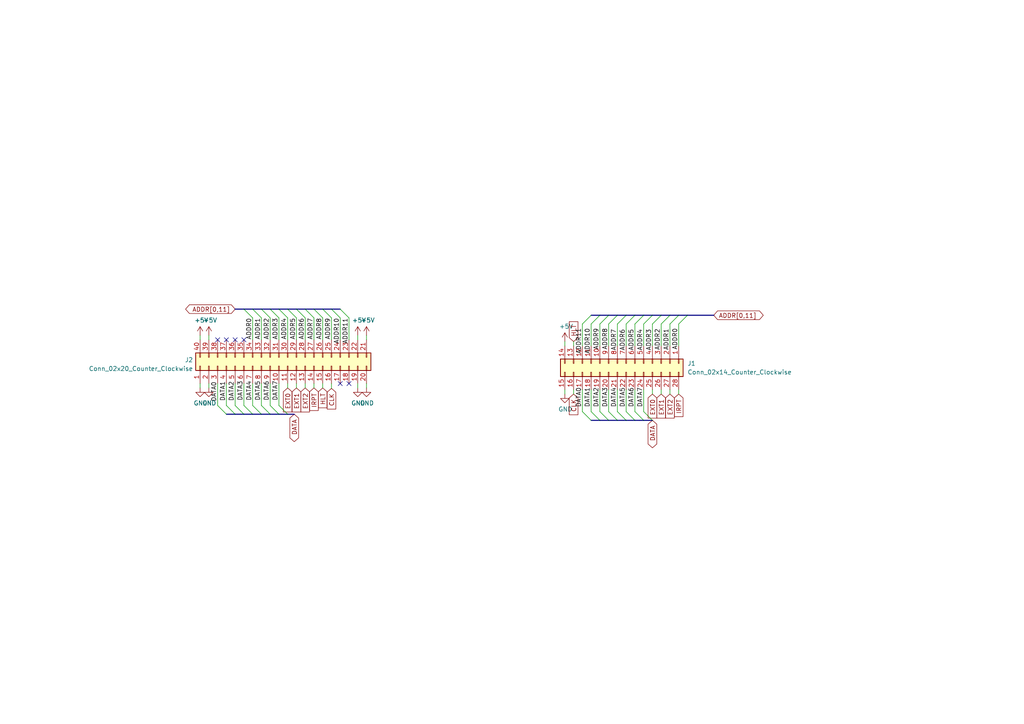
<source format=kicad_sch>
(kicad_sch (version 20201015) (generator eeschema)
  (paper "A4")
  (title_block (title "Parallel Out Module") (rev "1.0") (company "Wilhelm-Maybach-Schule Heilbronn") (comment 1 "Kevin da Silva Fernandes"))
  (lib_symbols
    (symbol "Connector_Generic:Conn_02x14_Counter_Clockwise" (pin_names (offset 1.016) hide)
      (property "Reference" "J" (at 1.27 17.78 0))
      (property "Value" "Conn_02x14_Counter_Clockwise" (at 1.27 -20.32 0))
      (symbol "Conn_02x14_Counter_Clockwise_1_1"
        (rectangle (start -1.27 -4.953) (end 0 -5.207) (stroke (width 0.1524)))
        (rectangle (start -1.27 -7.493) (end 0 -7.747) (stroke (width 0.1524)))
        (rectangle (start -1.27 -10.033) (end 0 -10.287) (stroke (width 0.1524)))
        (rectangle (start -1.27 -12.573) (end 0 -12.827) (stroke (width 0.1524)))
        (rectangle (start -1.27 -15.113) (end 0 -15.367) (stroke (width 0.1524)))
        (rectangle (start -1.27 -17.653) (end 0 -17.907) (stroke (width 0.1524)))
        (rectangle (start -1.27 -2.413) (end 0 -2.667) (stroke (width 0.1524)))
        (rectangle (start -1.27 2.667) (end 0 2.413) (stroke (width 0.1524)))
        (rectangle (start -1.27 5.207) (end 0 4.953) (stroke (width 0.1524)))
        (rectangle (start -1.27 7.747) (end 0 7.493) (stroke (width 0.1524)))
        (rectangle (start -1.27 10.287) (end 0 10.033) (stroke (width 0.1524)))
        (rectangle (start -1.27 0.127) (end 0 -0.127) (stroke (width 0.1524)))
        (rectangle (start -1.27 12.827) (end 0 12.573) (stroke (width 0.1524)))
        (rectangle (start -1.27 15.367) (end 0 15.113) (stroke (width 0.1524)))
        (rectangle (start -1.27 16.51) (end 3.81 -19.05) (stroke (width 0.254)) (fill (type background)))
        (rectangle (start 3.81 -4.953) (end 2.54 -5.207) (stroke (width 0.1524)))
        (rectangle (start 3.81 -7.493) (end 2.54 -7.747) (stroke (width 0.1524)))
        (rectangle (start 3.81 -10.033) (end 2.54 -10.287) (stroke (width 0.1524)))
        (rectangle (start 3.81 -12.573) (end 2.54 -12.827) (stroke (width 0.1524)))
        (rectangle (start 3.81 -15.113) (end 2.54 -15.367) (stroke (width 0.1524)))
        (rectangle (start 3.81 -17.653) (end 2.54 -17.907) (stroke (width 0.1524)))
        (rectangle (start 3.81 -2.413) (end 2.54 -2.667) (stroke (width 0.1524)))
        (rectangle (start 3.81 2.667) (end 2.54 2.413) (stroke (width 0.1524)))
        (rectangle (start 3.81 5.207) (end 2.54 4.953) (stroke (width 0.1524)))
        (rectangle (start 3.81 7.747) (end 2.54 7.493) (stroke (width 0.1524)))
        (rectangle (start 3.81 10.287) (end 2.54 10.033) (stroke (width 0.1524)))
        (rectangle (start 3.81 0.127) (end 2.54 -0.127) (stroke (width 0.1524)))
        (rectangle (start 3.81 12.827) (end 2.54 12.573) (stroke (width 0.1524)))
        (rectangle (start 3.81 15.367) (end 2.54 15.113) (stroke (width 0.1524)))
        (pin passive line (at -5.08 15.24 0) (length 3.81) (name "Pin_1") (number "1"))
        (pin passive line (at -5.08 -7.62 0) (length 3.81) (name "Pin_10") (number "10"))
        (pin passive line (at -5.08 -10.16 0) (length 3.81) (name "Pin_11") (number "11"))
        (pin passive line (at -5.08 -12.7 0) (length 3.81) (name "Pin_12") (number "12"))
        (pin passive line (at -5.08 -15.24 0) (length 3.81) (name "Pin_13") (number "13"))
        (pin passive line (at -5.08 -17.78 0) (length 3.81) (name "Pin_14") (number "14"))
        (pin passive line (at 7.62 -17.78 180) (length 3.81) (name "Pin_15") (number "15"))
        (pin passive line (at 7.62 -15.24 180) (length 3.81) (name "Pin_16") (number "16"))
        (pin passive line (at 7.62 -12.7 180) (length 3.81) (name "Pin_17") (number "17"))
        (pin passive line (at 7.62 -10.16 180) (length 3.81) (name "Pin_18") (number "18"))
        (pin passive line (at 7.62 -7.62 180) (length 3.81) (name "Pin_19") (number "19"))
        (pin passive line (at -5.08 12.7 0) (length 3.81) (name "Pin_2") (number "2"))
        (pin passive line (at 7.62 -5.08 180) (length 3.81) (name "Pin_20") (number "20"))
        (pin passive line (at 7.62 -2.54 180) (length 3.81) (name "Pin_21") (number "21"))
        (pin passive line (at 7.62 0 180) (length 3.81) (name "Pin_22") (number "22"))
        (pin passive line (at 7.62 2.54 180) (length 3.81) (name "Pin_23") (number "23"))
        (pin passive line (at 7.62 5.08 180) (length 3.81) (name "Pin_24") (number "24"))
        (pin passive line (at 7.62 7.62 180) (length 3.81) (name "Pin_25") (number "25"))
        (pin passive line (at 7.62 10.16 180) (length 3.81) (name "Pin_26") (number "26"))
        (pin passive line (at 7.62 12.7 180) (length 3.81) (name "Pin_27") (number "27"))
        (pin passive line (at 7.62 15.24 180) (length 3.81) (name "Pin_28") (number "28"))
        (pin passive line (at -5.08 10.16 0) (length 3.81) (name "Pin_3") (number "3"))
        (pin passive line (at -5.08 7.62 0) (length 3.81) (name "Pin_4") (number "4"))
        (pin passive line (at -5.08 5.08 0) (length 3.81) (name "Pin_5") (number "5"))
        (pin passive line (at -5.08 2.54 0) (length 3.81) (name "Pin_6") (number "6"))
        (pin passive line (at -5.08 0 0) (length 3.81) (name "Pin_7") (number "7"))
        (pin passive line (at -5.08 -2.54 0) (length 3.81) (name "Pin_8") (number "8"))
        (pin passive line (at -5.08 -5.08 0) (length 3.81) (name "Pin_9") (number "9"))
      )
    )
    (symbol "Connector_Generic:Conn_02x20_Counter_Clockwise" (pin_names (offset 1.016) hide)
      (property "Reference" "J" (at 1.27 25.4 0))
      (property "Value" "Conn_02x20_Counter_Clockwise" (at 1.27 -27.94 0))
      (symbol "Conn_02x20_Counter_Clockwise_1_1"
        (rectangle (start -1.27 -4.953) (end 0 -5.207) (stroke (width 0.1524)))
        (rectangle (start -1.27 -7.493) (end 0 -7.747) (stroke (width 0.1524)))
        (rectangle (start -1.27 -10.033) (end 0 -10.287) (stroke (width 0.1524)))
        (rectangle (start -1.27 -12.573) (end 0 -12.827) (stroke (width 0.1524)))
        (rectangle (start -1.27 -15.113) (end 0 -15.367) (stroke (width 0.1524)))
        (rectangle (start -1.27 -17.653) (end 0 -17.907) (stroke (width 0.1524)))
        (rectangle (start -1.27 -20.193) (end 0 -20.447) (stroke (width 0.1524)))
        (rectangle (start -1.27 -22.733) (end 0 -22.987) (stroke (width 0.1524)))
        (rectangle (start -1.27 -2.413) (end 0 -2.667) (stroke (width 0.1524)))
        (rectangle (start -1.27 -25.273) (end 0 -25.527) (stroke (width 0.1524)))
        (rectangle (start -1.27 2.667) (end 0 2.413) (stroke (width 0.1524)))
        (rectangle (start -1.27 5.207) (end 0 4.953) (stroke (width 0.1524)))
        (rectangle (start -1.27 7.747) (end 0 7.493) (stroke (width 0.1524)))
        (rectangle (start -1.27 10.287) (end 0 10.033) (stroke (width 0.1524)))
        (rectangle (start -1.27 0.127) (end 0 -0.127) (stroke (width 0.1524)))
        (rectangle (start -1.27 12.827) (end 0 12.573) (stroke (width 0.1524)))
        (rectangle (start -1.27 15.367) (end 0 15.113) (stroke (width 0.1524)))
        (rectangle (start -1.27 17.907) (end 0 17.653) (stroke (width 0.1524)))
        (rectangle (start -1.27 20.447) (end 0 20.193) (stroke (width 0.1524)))
        (rectangle (start -1.27 22.987) (end 0 22.733) (stroke (width 0.1524)))
        (rectangle (start -1.27 24.13) (end 3.81 -26.67) (stroke (width 0.254)) (fill (type background)))
        (rectangle (start 3.81 -4.953) (end 2.54 -5.207) (stroke (width 0.1524)))
        (rectangle (start 3.81 -7.493) (end 2.54 -7.747) (stroke (width 0.1524)))
        (rectangle (start 3.81 -10.033) (end 2.54 -10.287) (stroke (width 0.1524)))
        (rectangle (start 3.81 -12.573) (end 2.54 -12.827) (stroke (width 0.1524)))
        (rectangle (start 3.81 -15.113) (end 2.54 -15.367) (stroke (width 0.1524)))
        (rectangle (start 3.81 -17.653) (end 2.54 -17.907) (stroke (width 0.1524)))
        (rectangle (start 3.81 -20.193) (end 2.54 -20.447) (stroke (width 0.1524)))
        (rectangle (start 3.81 -22.733) (end 2.54 -22.987) (stroke (width 0.1524)))
        (rectangle (start 3.81 -2.413) (end 2.54 -2.667) (stroke (width 0.1524)))
        (rectangle (start 3.81 -25.273) (end 2.54 -25.527) (stroke (width 0.1524)))
        (rectangle (start 3.81 2.667) (end 2.54 2.413) (stroke (width 0.1524)))
        (rectangle (start 3.81 5.207) (end 2.54 4.953) (stroke (width 0.1524)))
        (rectangle (start 3.81 7.747) (end 2.54 7.493) (stroke (width 0.1524)))
        (rectangle (start 3.81 10.287) (end 2.54 10.033) (stroke (width 0.1524)))
        (rectangle (start 3.81 0.127) (end 2.54 -0.127) (stroke (width 0.1524)))
        (rectangle (start 3.81 12.827) (end 2.54 12.573) (stroke (width 0.1524)))
        (rectangle (start 3.81 15.367) (end 2.54 15.113) (stroke (width 0.1524)))
        (rectangle (start 3.81 17.907) (end 2.54 17.653) (stroke (width 0.1524)))
        (rectangle (start 3.81 20.447) (end 2.54 20.193) (stroke (width 0.1524)))
        (rectangle (start 3.81 22.987) (end 2.54 22.733) (stroke (width 0.1524)))
        (pin passive line (at -5.08 22.86 0) (length 3.81) (name "Pin_1") (number "1"))
        (pin passive line (at -5.08 0 0) (length 3.81) (name "Pin_10") (number "10"))
        (pin passive line (at -5.08 -2.54 0) (length 3.81) (name "Pin_11") (number "11"))
        (pin passive line (at -5.08 -5.08 0) (length 3.81) (name "Pin_12") (number "12"))
        (pin passive line (at -5.08 -7.62 0) (length 3.81) (name "Pin_13") (number "13"))
        (pin passive line (at -5.08 -10.16 0) (length 3.81) (name "Pin_14") (number "14"))
        (pin passive line (at -5.08 -12.7 0) (length 3.81) (name "Pin_15") (number "15"))
        (pin passive line (at -5.08 -15.24 0) (length 3.81) (name "Pin_16") (number "16"))
        (pin passive line (at -5.08 -17.78 0) (length 3.81) (name "Pin_17") (number "17"))
        (pin passive line (at -5.08 -20.32 0) (length 3.81) (name "Pin_18") (number "18"))
        (pin passive line (at -5.08 -22.86 0) (length 3.81) (name "Pin_19") (number "19"))
        (pin passive line (at -5.08 20.32 0) (length 3.81) (name "Pin_2") (number "2"))
        (pin passive line (at -5.08 -25.4 0) (length 3.81) (name "Pin_20") (number "20"))
        (pin passive line (at 7.62 -25.4 180) (length 3.81) (name "Pin_21") (number "21"))
        (pin passive line (at 7.62 -22.86 180) (length 3.81) (name "Pin_22") (number "22"))
        (pin passive line (at 7.62 -20.32 180) (length 3.81) (name "Pin_23") (number "23"))
        (pin passive line (at 7.62 -17.78 180) (length 3.81) (name "Pin_24") (number "24"))
        (pin passive line (at 7.62 -15.24 180) (length 3.81) (name "Pin_25") (number "25"))
        (pin passive line (at 7.62 -12.7 180) (length 3.81) (name "Pin_26") (number "26"))
        (pin passive line (at 7.62 -10.16 180) (length 3.81) (name "Pin_27") (number "27"))
        (pin passive line (at 7.62 -7.62 180) (length 3.81) (name "Pin_28") (number "28"))
        (pin passive line (at 7.62 -5.08 180) (length 3.81) (name "Pin_29") (number "29"))
        (pin passive line (at -5.08 17.78 0) (length 3.81) (name "Pin_3") (number "3"))
        (pin passive line (at 7.62 -2.54 180) (length 3.81) (name "Pin_30") (number "30"))
        (pin passive line (at 7.62 0 180) (length 3.81) (name "Pin_31") (number "31"))
        (pin passive line (at 7.62 2.54 180) (length 3.81) (name "Pin_32") (number "32"))
        (pin passive line (at 7.62 5.08 180) (length 3.81) (name "Pin_33") (number "33"))
        (pin passive line (at 7.62 7.62 180) (length 3.81) (name "Pin_34") (number "34"))
        (pin passive line (at 7.62 10.16 180) (length 3.81) (name "Pin_35") (number "35"))
        (pin passive line (at 7.62 12.7 180) (length 3.81) (name "Pin_36") (number "36"))
        (pin passive line (at 7.62 15.24 180) (length 3.81) (name "Pin_37") (number "37"))
        (pin passive line (at 7.62 17.78 180) (length 3.81) (name "Pin_38") (number "38"))
        (pin passive line (at 7.62 20.32 180) (length 3.81) (name "Pin_39") (number "39"))
        (pin passive line (at -5.08 15.24 0) (length 3.81) (name "Pin_4") (number "4"))
        (pin passive line (at 7.62 22.86 180) (length 3.81) (name "Pin_40") (number "40"))
        (pin passive line (at -5.08 12.7 0) (length 3.81) (name "Pin_5") (number "5"))
        (pin passive line (at -5.08 10.16 0) (length 3.81) (name "Pin_6") (number "6"))
        (pin passive line (at -5.08 7.62 0) (length 3.81) (name "Pin_7") (number "7"))
        (pin passive line (at -5.08 5.08 0) (length 3.81) (name "Pin_8") (number "8"))
        (pin passive line (at -5.08 2.54 0) (length 3.81) (name "Pin_9") (number "9"))
      )
    )
    (symbol "power:+5V" (power) (pin_names (offset 0))
      (property "Value" "+5V" (at 0 3.556 0))
      (symbol "+5V_0_1"
        (polyline (pts (xy -0.762 1.27) (xy 0 2.54)))
        (polyline (pts (xy 0 0) (xy 0 2.54)))
        (polyline (pts (xy 0 2.54) (xy 0.762 1.27)))
      )
      (symbol "+5V_1_1"
        (pin power_in line (at 0 0 90) (length 0) hide (name "+5V") (number "1"))
      )
    )
    (symbol "power:GND" (power) (pin_names (offset 0))
      (property "Value" "GND" (at 0 -3.81 0))
      (symbol "GND_0_1"
        (polyline (pts (xy 0 0) (xy 0 -1.27) (xy 1.27 -1.27) (xy 0 -2.54) (xy -1.27 -1.27) (xy 0 -1.27)))
      )
      (symbol "GND_1_1"
        (pin power_in line (at 0 0 270) (length 0) hide (name "GND") (number "1"))
      )
    )
  )
  (no_connect (at 68.199 98.552))
  (no_connect (at 65.659 98.552))
  (no_connect (at 70.739 98.552))
  (no_connect (at 101.219 111.252))
  (no_connect (at 98.679 111.252))
  (no_connect (at 63.119 98.552))
  (bus_entry (at 63.119 117.602) (size 2.54 2.54) (stroke (width 0.1524)))
  (bus_entry (at 65.659 117.602) (size 2.54 2.54) (stroke (width 0.1524)))
  (bus_entry (at 68.199 117.602) (size 2.54 2.54) (stroke (width 0.1524)))
  (bus_entry (at 70.739 117.602) (size 2.54 2.54) (stroke (width 0.1524)))
  (bus_entry (at 73.279 92.202) (size -2.54 -2.54) (stroke (width 0.1524)))
  (bus_entry (at 73.279 117.602) (size 2.54 2.54) (stroke (width 0.1524)))
  (bus_entry (at 75.819 92.202) (size -2.54 -2.54) (stroke (width 0.1524)))
  (bus_entry (at 75.819 117.602) (size 2.54 2.54) (stroke (width 0.1524)))
  (bus_entry (at 78.359 92.202) (size -2.54 -2.54) (stroke (width 0.1524)))
  (bus_entry (at 78.359 117.602) (size 2.54 2.54) (stroke (width 0.1524)))
  (bus_entry (at 80.899 92.202) (size -2.54 -2.54) (stroke (width 0.1524)))
  (bus_entry (at 80.899 117.602) (size 2.54 2.54) (stroke (width 0.1524)))
  (bus_entry (at 83.439 92.202) (size -2.54 -2.54) (stroke (width 0.1524)))
  (bus_entry (at 85.979 92.202) (size -2.54 -2.54) (stroke (width 0.1524)))
  (bus_entry (at 88.519 92.202) (size -2.54 -2.54) (stroke (width 0.1524)))
  (bus_entry (at 91.059 92.202) (size -2.54 -2.54) (stroke (width 0.1524)))
  (bus_entry (at 93.599 92.202) (size -2.54 -2.54) (stroke (width 0.1524)))
  (bus_entry (at 96.139 92.202) (size -2.54 -2.54) (stroke (width 0.1524)))
  (bus_entry (at 98.679 92.202) (size -2.54 -2.54) (stroke (width 0.1524)))
  (bus_entry (at 101.219 92.202) (size -2.54 -2.54) (stroke (width 0.1524)))
  (bus_entry (at 168.91 93.98) (size 2.54 -2.54) (stroke (width 0.1524)))
  (bus_entry (at 168.91 119.38) (size 2.54 2.54) (stroke (width 0.1524)))
  (bus_entry (at 171.45 93.98) (size 2.54 -2.54) (stroke (width 0.1524)))
  (bus_entry (at 171.45 119.38) (size 2.54 2.54) (stroke (width 0.1524)))
  (bus_entry (at 173.99 93.98) (size 2.54 -2.54) (stroke (width 0.1524)))
  (bus_entry (at 173.99 119.38) (size 2.54 2.54) (stroke (width 0.1524)))
  (bus_entry (at 176.53 93.98) (size 2.54 -2.54) (stroke (width 0.1524)))
  (bus_entry (at 176.53 119.38) (size 2.54 2.54) (stroke (width 0.1524)))
  (bus_entry (at 179.07 93.98) (size 2.54 -2.54) (stroke (width 0.1524)))
  (bus_entry (at 179.07 119.38) (size 2.54 2.54) (stroke (width 0.1524)))
  (bus_entry (at 181.61 93.98) (size 2.54 -2.54) (stroke (width 0.1524)))
  (bus_entry (at 181.61 119.38) (size 2.54 2.54) (stroke (width 0.1524)))
  (bus_entry (at 184.15 93.98) (size 2.54 -2.54) (stroke (width 0.1524)))
  (bus_entry (at 184.15 119.38) (size 2.54 2.54) (stroke (width 0.1524)))
  (bus_entry (at 186.69 93.98) (size 2.54 -2.54) (stroke (width 0.1524)))
  (bus_entry (at 186.69 119.38) (size 2.54 2.54) (stroke (width 0.1524)))
  (bus_entry (at 189.23 93.98) (size 2.54 -2.54) (stroke (width 0.1524)))
  (bus_entry (at 191.77 93.98) (size 2.54 -2.54) (stroke (width 0.1524)))
  (bus_entry (at 194.31 93.98) (size 2.54 -2.54) (stroke (width 0.1524)))
  (bus_entry (at 196.85 93.98) (size 2.54 -2.54) (stroke (width 0.1524)))
  (wire (pts (xy 58.039 97.282) (xy 58.039 98.552)))
  (wire (pts (xy 58.039 111.252) (xy 58.039 112.522)))
  (wire (pts (xy 60.579 97.282) (xy 60.579 98.552)))
  (wire (pts (xy 60.579 111.252) (xy 60.579 112.522)))
  (wire (pts (xy 63.119 111.252) (xy 63.119 117.602)))
  (wire (pts (xy 65.659 111.252) (xy 65.659 117.602)))
  (wire (pts (xy 68.199 111.252) (xy 68.199 117.602)))
  (wire (pts (xy 70.739 111.252) (xy 70.739 117.602)))
  (wire (pts (xy 73.279 98.552) (xy 73.279 92.202)))
  (wire (pts (xy 73.279 111.252) (xy 73.279 117.602)))
  (wire (pts (xy 75.819 98.552) (xy 75.819 92.202)))
  (wire (pts (xy 75.819 111.252) (xy 75.819 117.602)))
  (wire (pts (xy 78.359 98.552) (xy 78.359 92.202)))
  (wire (pts (xy 78.359 111.252) (xy 78.359 117.602)))
  (wire (pts (xy 80.899 98.552) (xy 80.899 92.202)))
  (wire (pts (xy 80.899 111.252) (xy 80.899 117.602)))
  (wire (pts (xy 83.439 98.552) (xy 83.439 92.202)))
  (wire (pts (xy 83.439 111.252) (xy 83.439 112.522)))
  (wire (pts (xy 85.979 98.552) (xy 85.979 92.202)))
  (wire (pts (xy 85.979 111.252) (xy 85.979 112.522)))
  (wire (pts (xy 88.519 98.552) (xy 88.519 92.202)))
  (wire (pts (xy 88.519 111.252) (xy 88.519 112.522)))
  (wire (pts (xy 91.059 98.552) (xy 91.059 92.202)))
  (wire (pts (xy 91.059 111.252) (xy 91.059 112.522)))
  (wire (pts (xy 93.599 98.552) (xy 93.599 92.202)))
  (wire (pts (xy 93.599 111.252) (xy 93.599 112.522)))
  (wire (pts (xy 96.139 98.552) (xy 96.139 92.202)))
  (wire (pts (xy 96.139 111.252) (xy 96.139 112.649)))
  (wire (pts (xy 98.679 98.552) (xy 98.679 92.202)))
  (wire (pts (xy 101.219 98.552) (xy 101.219 92.202)))
  (wire (pts (xy 103.759 97.282) (xy 103.759 98.552)))
  (wire (pts (xy 103.759 111.252) (xy 103.759 112.522)))
  (wire (pts (xy 106.299 97.282) (xy 106.299 98.552)))
  (wire (pts (xy 106.299 111.252) (xy 106.299 112.522)))
  (wire (pts (xy 163.83 99.06) (xy 163.83 100.33)))
  (wire (pts (xy 163.83 113.03) (xy 163.83 114.3)))
  (wire (pts (xy 166.37 99.06) (xy 166.37 100.33)))
  (wire (pts (xy 166.37 114.3) (xy 166.37 113.03)))
  (wire (pts (xy 168.91 100.33) (xy 168.91 93.98)))
  (wire (pts (xy 168.91 119.38) (xy 168.91 113.03)))
  (wire (pts (xy 171.45 100.33) (xy 171.45 93.98)))
  (wire (pts (xy 171.45 113.03) (xy 171.45 119.38)))
  (wire (pts (xy 173.99 100.33) (xy 173.99 93.98)))
  (wire (pts (xy 173.99 119.38) (xy 173.99 113.03)))
  (wire (pts (xy 176.53 100.33) (xy 176.53 93.98)))
  (wire (pts (xy 176.53 119.38) (xy 176.53 113.03)))
  (wire (pts (xy 179.07 100.33) (xy 179.07 93.98)))
  (wire (pts (xy 179.07 119.38) (xy 179.07 113.03)))
  (wire (pts (xy 181.61 100.33) (xy 181.61 93.98)))
  (wire (pts (xy 181.61 113.03) (xy 181.61 119.38)))
  (wire (pts (xy 184.15 100.33) (xy 184.15 93.98)))
  (wire (pts (xy 184.15 119.38) (xy 184.15 113.03)))
  (wire (pts (xy 186.69 100.33) (xy 186.69 93.98)))
  (wire (pts (xy 186.69 119.38) (xy 186.69 113.03)))
  (wire (pts (xy 189.23 100.33) (xy 189.23 93.98)))
  (wire (pts (xy 189.23 113.03) (xy 189.23 114.3)))
  (wire (pts (xy 191.77 100.33) (xy 191.77 93.98)))
  (wire (pts (xy 191.77 114.3) (xy 191.77 113.03)))
  (wire (pts (xy 194.31 100.33) (xy 194.31 93.98)))
  (wire (pts (xy 194.31 114.3) (xy 194.31 113.03)))
  (wire (pts (xy 196.85 100.33) (xy 196.85 93.98)))
  (wire (pts (xy 196.85 114.3) (xy 196.85 113.03)))
  (bus (pts (xy 65.659 120.142) (xy 68.199 120.142)))
  (bus (pts (xy 68.199 89.662) (xy 70.739 89.662)))
  (bus (pts (xy 68.199 120.142) (xy 70.739 120.142)))
  (bus (pts (xy 70.739 89.662) (xy 73.279 89.662)))
  (bus (pts (xy 70.739 120.142) (xy 73.279 120.142)))
  (bus (pts (xy 73.279 89.662) (xy 75.819 89.662)))
  (bus (pts (xy 73.279 120.142) (xy 75.819 120.142)))
  (bus (pts (xy 75.819 89.662) (xy 78.359 89.662)))
  (bus (pts (xy 75.819 120.142) (xy 78.359 120.142)))
  (bus (pts (xy 78.359 89.662) (xy 80.899 89.662)))
  (bus (pts (xy 78.359 120.142) (xy 80.899 120.142)))
  (bus (pts (xy 80.899 89.662) (xy 83.439 89.662)))
  (bus (pts (xy 80.899 120.142) (xy 83.439 120.142)))
  (bus (pts (xy 83.439 89.662) (xy 85.979 89.662)))
  (bus (pts (xy 83.439 120.142) (xy 85.344 120.142)))
  (bus (pts (xy 85.979 89.662) (xy 88.519 89.662)))
  (bus (pts (xy 88.519 89.662) (xy 91.059 89.662)))
  (bus (pts (xy 91.059 89.662) (xy 93.599 89.662)))
  (bus (pts (xy 93.599 89.662) (xy 96.139 89.662)))
  (bus (pts (xy 96.139 89.662) (xy 98.679 89.662)))
  (bus (pts (xy 171.45 91.44) (xy 173.99 91.44)))
  (bus (pts (xy 171.45 121.92) (xy 173.99 121.92)))
  (bus (pts (xy 173.99 91.44) (xy 176.53 91.44)))
  (bus (pts (xy 173.99 121.92) (xy 176.53 121.92)))
  (bus (pts (xy 176.53 91.44) (xy 179.07 91.44)))
  (bus (pts (xy 176.53 121.92) (xy 179.07 121.92)))
  (bus (pts (xy 179.07 91.44) (xy 181.61 91.44)))
  (bus (pts (xy 179.07 121.92) (xy 181.61 121.92)))
  (bus (pts (xy 181.61 91.44) (xy 184.15 91.44)))
  (bus (pts (xy 181.61 121.92) (xy 184.15 121.92)))
  (bus (pts (xy 184.15 91.44) (xy 186.69 91.44)))
  (bus (pts (xy 184.15 121.92) (xy 185.42 121.92)))
  (bus (pts (xy 185.547 121.92) (xy 186.69 121.92)))
  (bus (pts (xy 186.69 91.44) (xy 189.23 91.44)))
  (bus (pts (xy 186.69 121.92) (xy 189.23 121.92)))
  (bus (pts (xy 189.23 91.44) (xy 191.77 91.44)))
  (bus (pts (xy 191.77 91.44) (xy 194.31 91.44)))
  (bus (pts (xy 194.31 91.44) (xy 196.85 91.44)))
  (bus (pts (xy 196.85 91.44) (xy 199.39 91.44)))
  (bus (pts (xy 199.39 91.44) (xy 207.01 91.44)))
  (label "DATA0" (at 63.119 116.459 90))
  (label "DATA1" (at 65.659 116.332 90))
  (label "DATA2" (at 68.199 116.332 90))
  (label "DATA3" (at 70.739 116.205 90))
  (label "ADDR0" (at 73.279 92.202 270))
  (label "DATA4" (at 73.279 116.205 90))
  (label "ADDR1" (at 75.819 92.202 270))
  (label "DATA5" (at 75.819 116.205 90))
  (label "ADDR2" (at 78.359 92.202 270))
  (label "DATA6" (at 78.359 116.205 90))
  (label "ADDR3" (at 80.899 92.202 270))
  (label "DATA7" (at 80.899 116.205 90))
  (label "ADDR4" (at 83.439 92.202 270))
  (label "ADDR5" (at 85.979 92.202 270))
  (label "ADDR6" (at 88.519 92.202 270))
  (label "ADDR7" (at 91.059 92.202 270))
  (label "ADDR8" (at 93.599 92.202 270))
  (label "ADDR9" (at 96.139 92.202 270))
  (label "ADDR10" (at 98.679 92.202 270))
  (label "ADDR11" (at 101.219 92.202 270))
  (label "ADDR11" (at 168.91 95.123 270))
  (label "DATA0" (at 168.91 118.11 90))
  (label "ADDR10" (at 171.45 95.123 270))
  (label "DATA1" (at 171.45 118.11 90))
  (label "ADDR9" (at 173.99 95.123 270))
  (label "DATA2" (at 173.99 118.11 90))
  (label "ADDR8" (at 176.53 95.123 270))
  (label "DATA3" (at 176.53 118.11 90))
  (label "ADDR7" (at 179.07 95.377 270))
  (label "DATA4" (at 179.07 118.11 90))
  (label "ADDR6" (at 181.61 95.377 270))
  (label "DATA5" (at 181.61 118.11 90))
  (label "ADDR5" (at 184.15 95.377 270))
  (label "DATA6" (at 184.15 118.11 90))
  (label "ADDR4" (at 186.69 95.377 270))
  (label "DATA7" (at 186.69 118.11 90))
  (label "ADDR3" (at 189.23 95.377 270))
  (label "ADDR2" (at 191.77 95.25 270))
  (label "ADDR1" (at 194.31 95.25 270))
  (label "ADDR0" (at 196.85 95.123 270))
  (global_label "ADDR[0,11]" (shape bidirectional) (at 68.199 89.662 180) (property "Intersheet References" "${INTERSHEET_REFS}" (effects hide)))
  (global_label "EXT0" (shape input) (at 83.439 112.522 270) (property "Intersheet References" "${INTERSHEET_REFS}" (effects hide)))
  (global_label "DATA" (shape bidirectional) (at 85.344 120.142 270) (property "Intersheet References" "${INTERSHEET_REFS}" (effects hide)))
  (global_label "EXT1" (shape input) (at 85.979 112.522 270) (property "Intersheet References" "${INTERSHEET_REFS}" (effects hide)))
  (global_label "EXT2" (shape input) (at 88.519 112.522 270) (property "Intersheet References" "${INTERSHEET_REFS}" (effects hide)))
  (global_label "IRPT" (shape input) (at 91.059 112.522 270) (property "Intersheet References" "${INTERSHEET_REFS}" (effects hide)))
  (global_label "HLT" (shape input) (at 93.599 112.522 270) (property "Intersheet References" "${INTERSHEET_REFS}" (effects hide)))
  (global_label "CLK" (shape input) (at 96.139 112.649 270) (property "Intersheet References" "${INTERSHEET_REFS}" (effects hide)))
  (global_label "HLT" (shape input) (at 166.37 99.06 90) (property "Intersheet References" "${INTERSHEET_REFS}" (effects hide)))
  (global_label "CLK" (shape input) (at 166.37 114.3 270) (property "Intersheet References" "${INTERSHEET_REFS}" (effects hide)))
  (global_label "EXT0" (shape input) (at 189.23 114.3 270) (property "Intersheet References" "${INTERSHEET_REFS}" (effects hide)))
  (global_label "DATA" (shape bidirectional) (at 189.23 121.92 270) (property "Intersheet References" "${INTERSHEET_REFS}" (effects hide)))
  (global_label "EXT1" (shape input) (at 191.77 114.3 270) (property "Intersheet References" "${INTERSHEET_REFS}" (effects hide)))
  (global_label "EXT2" (shape input) (at 194.31 114.3 270) (property "Intersheet References" "${INTERSHEET_REFS}" (effects hide)))
  (global_label "IRPT" (shape input) (at 196.85 114.3 270) (property "Intersheet References" "${INTERSHEET_REFS}" (effects hide)))
  (global_label "ADDR[0,11]" (shape bidirectional) (at 207.01 91.44 0) (property "Intersheet References" "${INTERSHEET_REFS}" (effects hide)))
  (symbol (lib_id "power:+5V") (at 58.039 97.282 0) (unit 1)
    (property "Reference" "#PWR0104" (effects hide))
    (property "Value" "+5V" (at 58.42 92.8878 0))
  )
  (symbol (lib_id "power:+5V") (at 60.579 97.282 0) (unit 1)
    (property "Reference" "#PWR0105" (effects hide))
    (property "Value" "+5V" (at 60.96 92.8878 0))
  )
  (symbol (lib_id "power:+5V") (at 103.759 97.282 0) (unit 1)
    (property "Reference" "#PWR0102" (effects hide))
    (property "Value" "+5V" (at 104.14 92.8878 0))
  )
  (symbol (lib_id "power:+5V") (at 106.299 97.282 0) (unit 1)
    (property "Reference" "#PWR0110" (effects hide))
    (property "Value" "+5V" (at 106.68 92.8878 0))
  )
  (symbol (lib_id "power:+5V") (at 163.83 99.06 0) (unit 1)
    (property "Reference" "#PWR0103" (effects hide))
    (property "Value" "+5V" (at 164.211 94.6658 0))
  )
  (symbol (lib_id "power:GND") (at 58.039 112.522 0) (unit 1)
    (property "Reference" "#PWR0107" (effects hide))
    (property "Value" "GND" (at 58.166 116.9162 0))
  )
  (symbol (lib_id "power:GND") (at 60.579 112.522 0) (unit 1)
    (property "Reference" "#PWR0106" (effects hide))
    (property "Value" "GND" (at 60.706 116.9162 0))
  )
  (symbol (lib_id "power:GND") (at 103.759 112.522 0) (unit 1)
    (property "Reference" "#PWR0109" (effects hide))
    (property "Value" "GND" (at 103.886 116.9162 0))
  )
  (symbol (lib_id "power:GND") (at 106.299 112.522 0) (unit 1)
    (property "Reference" "#PWR0108" (effects hide))
    (property "Value" "GND" (at 106.426 116.9162 0))
  )
  (symbol (lib_id "power:GND") (at 163.83 114.3 0) (unit 1)
    (property "Reference" "#PWR0101" (effects hide))
    (property "Value" "GND" (at 163.957 118.6942 0))
  )
  (symbol (lib_id "Connector_Generic:Conn_02x14_Counter_Clockwise") (at 181.61 105.41 270) (unit 1)
    (property "Reference" "J1" (at 199.39 105.41 90) (effects (justify left)))
    (property "Value" "Conn_02x14_Counter_Clockwise" (at 199.39 107.95 90) (effects (justify left)))
    (property "Footprint" "Connector_PinHeader_2.54mm:PinHeader_2x14_P2.54mm_Horizontal" (effects hide))
  )
  (symbol (lib_id "Connector_Generic:Conn_02x20_Counter_Clockwise") (at 80.899 106.172 90) (unit 1)
    (property "Reference" "J2" (at 56.007 104.394 90) (effects (justify left)))
    (property "Value" "Conn_02x20_Counter_Clockwise" (at 56.007 106.934 90) (effects (justify left)))
    (property "Footprint" "Connector_PinHeader_2.54mm:PinHeader_2x20_P2.54mm_Horizontal" (effects hide))
  )
)
</source>
